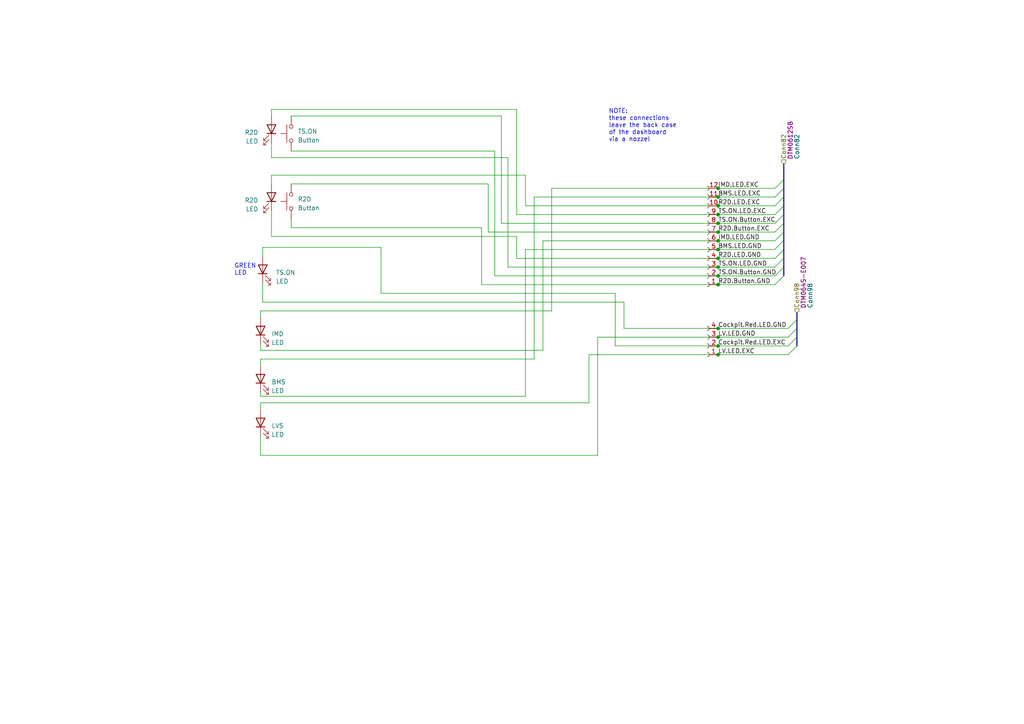
<source format=kicad_sch>
(kicad_sch (version 20230121) (generator eeschema)
  (paper "A4")
  (title_block (title "Dashboard") (date "2024-02-21") (rev "1.0.0") (company "SUFST") (comment 1 "Stag X") (comment 2 "Marek Frodyma"))
  (lib_symbols
    (symbol "Connectors_SUFST:Deutsch_DTM_12S_Pin"
      (property "Reference" "Conn" (at 0 0.635 0))
      (property "P/N" "DTM0612SB" (at 0 0 0))
      (symbol "Deutsch_DTM_12S_Pin_0_1"
        (arc (start -2.5368 -27.9407) (mid -1.9833 -27.3063) (end -2.5355 -26.6707))
        (arc (start -2.5368 -22.8607) (mid -1.9833 -22.2263) (end -2.5355 -21.5907))
        (arc (start -2.5368 -17.7807) (mid -1.9833 -17.1463) (end -2.5355 -16.5107))
        (arc (start -2.5368 -12.7007) (mid -1.9833 -12.0663) (end -2.5355 -11.4307))
        (arc (start -2.5368 -7.6207) (mid -1.9833 -6.9863) (end -2.5355 -6.3507))
        (arc (start -2.5368 -2.5407) (mid -1.9833 -1.9063) (end -2.5355 -1.2707))
        (arc (start -2.4524 -30.4801) (mid -1.8989 -29.8457) (end -2.4511 -29.2101))
        (arc (start -2.4524 -25.4001) (mid -1.8989 -24.7657) (end -2.4511 -24.1301))
        (arc (start -2.4524 -20.3201) (mid -1.8989 -19.6857) (end -2.4511 -19.0501))
        (arc (start -2.4524 -15.2401) (mid -1.8989 -14.6057) (end -2.4511 -13.9701))
        (arc (start -2.4524 -10.1601) (mid -1.8989 -9.5257) (end -2.4511 -8.8901))
        (arc (start -2.4524 -5.0801) (mid -1.8989 -4.4457) (end -2.4511 -3.8101))
      )
      (symbol "Deutsch_DTM_12S_Pin_1_1"
        (pin input line (at 0.635 -29.845 180) (length 2.54) (name "") (number "1"))
        (pin input line (at 0.635 -6.985 180) (length 2.54) (name "") (number "10"))
        (pin input line (at 0.635 -4.445 180) (length 2.54) (name "") (number "11"))
        (pin input line (at 0.635 -1.905 180) (length 2.54) (name "") (number "12"))
        (pin input line (at 0.635 -27.305 180) (length 2.54) (name "") (number "2"))
        (pin input line (at 0.635 -24.765 180) (length 2.54) (name "") (number "3"))
        (pin input line (at 0.635 -22.225 180) (length 2.54) (name "") (number "4"))
        (pin input line (at 0.635 -19.685 180) (length 2.54) (name "") (number "5"))
        (pin input line (at 0.635 -17.145 180) (length 2.54) (name "") (number "6"))
        (pin input line (at 0.635 -14.605 180) (length 2.54) (name "") (number "7"))
        (pin input line (at 0.635 -12.065 180) (length 2.54) (name "") (number "8"))
        (pin input line (at 0.635 -9.525 180) (length 2.54) (name "") (number "9"))
      )
    )
    (symbol "Connectors_SUFST:Deutsch_DTM_4S_Pin"
      (property "Reference" "Conn" (at 0 0.635 0))
      (property "P/N" "DTM064S-E007" (at 0 0 0))
      (symbol "Deutsch_DTM_4S_Pin_0_1"
        (arc (start -2.5368 -7.6207) (mid -1.9833 -6.9863) (end -2.5355 -6.3507))
        (arc (start -2.5368 -2.5407) (mid -1.9833 -1.9063) (end -2.5355 -1.2707))
        (arc (start -2.4524 -10.1601) (mid -1.8989 -9.5257) (end -2.4511 -8.8901))
        (arc (start -2.4524 -5.0801) (mid -1.8989 -4.4457) (end -2.4511 -3.8101))
      )
      (symbol "Deutsch_DTM_4S_Pin_1_1"
        (pin input line (at 0.635 -9.525 180) (length 2.54) (name "") (number "1"))
        (pin input line (at 0.635 -6.985 180) (length 2.54) (name "") (number "2"))
        (pin input line (at 0.635 -4.445 180) (length 2.54) (name "") (number "3"))
        (pin input line (at 0.635 -1.905 180) (length 2.54) (name "") (number "4"))
      )
    )
    (symbol "Device:LED" (pin_numbers hide) (pin_names (offset 1.016) hide)
      (property "Reference" "D" (at 0 2.54 0))
      (property "Value" "LED" (at 0 -2.54 0))
      (symbol "LED_0_1"
        (polyline (pts (xy -1.27 -1.27) (xy -1.27 1.27)) (stroke (width 0.254)))
        (polyline (pts (xy -1.27 0) (xy 1.27 0)))
        (polyline (pts (xy 1.27 -1.27) (xy 1.27 1.27) (xy -1.27 0) (xy 1.27 -1.27)) (stroke (width 0.254)))
        (polyline (pts (xy -3.048 -0.762) (xy -4.572 -2.286) (xy -3.81 -2.286) (xy -4.572 -2.286) (xy -4.572 -1.524)))
        (polyline (pts (xy -1.778 -0.762) (xy -3.302 -2.286) (xy -2.54 -2.286) (xy -3.302 -2.286) (xy -3.302 -1.524)))
      )
      (symbol "LED_1_1"
        (pin passive line (at -3.81 0 0) (length 2.54) (name "K") (number "1"))
        (pin passive line (at 3.81 0 180) (length 2.54) (name "A") (number "2"))
      )
    )
    (symbol "Switch:SW_Push" (pin_numbers hide) (pin_names (offset 1.016) hide)
      (property "Reference" "SW" (at 1.27 2.54 0))
      (property "Value" "SW_Push" (at 0 -1.524 0))
      (symbol "SW_Push_0_1"
        (circle (center -2.032 0) (radius 0.508))
        (polyline (pts (xy 0 1.27) (xy 0 3.048)))
        (polyline (pts (xy 2.54 1.27) (xy -2.54 1.27)))
        (circle (center 2.032 0) (radius 0.508))
        (pin passive line (at -5.08 0 0) (length 2.54) (name "1") (number "1"))
        (pin passive line (at 5.08 0 180) (length 2.54) (name "2") (number "2"))
      )
    )
  )
  (junction (at 208.28 80.01))
  (junction (at 208.28 102.87))
  (junction (at 208.28 82.55))
  (junction (at 208.28 69.85))
  (junction (at 208.28 97.79))
  (junction (at 208.28 72.39))
  (junction (at 208.28 57.15))
  (junction (at 208.28 67.31))
  (junction (at 208.28 74.93))
  (junction (at 208.28 77.47))
  (junction (at 208.28 100.33))
  (junction (at 208.28 62.23))
  (junction (at 208.28 59.69))
  (junction (at 208.28 54.61))
  (junction (at 208.28 95.25))
  (junction (at 208.28 64.77))
  (bus_entry (at 224.79 80.01) (size 2.54 -2.54))
  (bus_entry (at 228.6 100.33) (size 2.54 -2.54))
  (bus_entry (at 224.79 82.55) (size 2.54 -2.54))
  (bus_entry (at 224.6659 72.39) (size 2.54 -2.54))
  (bus_entry (at 224.79 57.15) (size 2.54 -2.54))
  (bus_entry (at 224.79 74.93) (size 2.54 -2.54))
  (bus_entry (at 228.6 95.25) (size 2.54 -2.54))
  (bus_entry (at 224.7479 77.47) (size 2.54 -2.54))
  (bus_entry (at 228.6 102.87) (size 2.54 -2.54))
  (bus_entry (at 224.79 59.69) (size 2.54 -2.54))
  (bus_entry (at 224.7479 67.31) (size 2.54 -2.54))
  (bus_entry (at 224.79 62.23) (size 2.54 -2.54))
  (bus_entry (at 224.79 54.61) (size 2.54 -2.54))
  (bus_entry (at 224.79 64.77) (size 2.54 -2.54))
  (bus_entry (at 224.7479 69.85) (size 2.54 -2.54))
  (bus_entry (at 228.6 97.79) (size 2.54 -2.54))
  (bus (pts (xy 227.33 80.01) (xy 227.33 77.47)))
  (wire (pts (xy 149.86 74.93) (xy 149.86 68.58)))
  (wire (pts (xy 139.7 82.55) (xy 139.7 66.04)))
  (wire (pts (xy 208.28 59.69) (xy 224.79 59.69)))
  (wire (pts (xy 152.4 59.69) (xy 152.4 50.8)))
  (wire (pts (xy 208.28 57.15) (xy 224.79 57.15)))
  (bus (pts (xy 227.33 59.69) (xy 227.33 57.15)))
  (bus (pts (xy 227.33 57.15) (xy 227.33 54.61)))
  (wire (pts (xy 75.565 99.695) (xy 75.565 101.6)))
  (wire (pts (xy 110.49 71.755) (xy 76.2 71.755)))
  (bus (pts (xy 227.33 54.61) (xy 227.33 52.07)))
  (wire (pts (xy 78.74 45.72) (xy 78.74 41.275)))
  (wire (pts (xy 75.565 116.84) (xy 75.565 118.745)))
  (wire (pts (xy 75.565 104.14) (xy 75.565 106.045)))
  (wire (pts (xy 145.415 64.77) (xy 145.415 33.655)))
  (wire (pts (xy 141.605 67.31) (xy 208.28 67.31)))
  (wire (pts (xy 75.565 114.935) (xy 152.4 114.935)))
  (bus (pts (xy 231.14 97.79) (xy 231.14 100.33)))
  (wire (pts (xy 75.565 114.935) (xy 75.565 113.665)))
  (wire (pts (xy 75.565 116.84) (xy 170.815 116.84)))
  (wire (pts (xy 208.28 97.79) (xy 228.6 97.79)))
  (wire (pts (xy 157.48 69.85) (xy 208.28 69.85)))
  (wire (pts (xy 208.28 102.87) (xy 228.6 102.87)))
  (wire (pts (xy 157.48 69.85) (xy 157.48 101.6)))
  (wire (pts (xy 143.51 80.01) (xy 143.51 43.815)))
  (wire (pts (xy 208.28 102.87) (xy 170.815 102.87)))
  (wire (pts (xy 149.86 62.23) (xy 149.86 31.75)))
  (wire (pts (xy 208.28 64.77) (xy 224.79 64.77)))
  (wire (pts (xy 170.815 102.87) (xy 170.815 116.84)))
  (wire (pts (xy 143.51 43.815) (xy 84.455 43.815)))
  (bus (pts (xy 227.33 72.39) (xy 227.33 62.23)))
  (wire (pts (xy 78.74 68.58) (xy 149.86 68.58)))
  (wire (pts (xy 154.94 104.14) (xy 75.565 104.14)))
  (wire (pts (xy 75.565 101.6) (xy 157.48 101.6)))
  (wire (pts (xy 160.02 54.61) (xy 160.02 90.17)))
  (wire (pts (xy 208.28 100.33) (xy 228.6 100.33)))
  (wire (pts (xy 152.4 72.39) (xy 152.4 114.935)))
  (wire (pts (xy 160.02 90.17) (xy 75.565 90.17)))
  (wire (pts (xy 178.435 85.09) (xy 110.49 85.09)))
  (wire (pts (xy 208.28 54.61) (xy 224.79 54.61)))
  (wire (pts (xy 78.74 68.58) (xy 78.74 60.96)))
  (wire (pts (xy 208.28 82.55) (xy 139.7 82.55)))
  (wire (pts (xy 208.28 74.93) (xy 149.86 74.93)))
  (wire (pts (xy 208.28 100.33) (xy 178.435 100.33)))
  (wire (pts (xy 141.605 67.31) (xy 141.605 53.34)))
  (wire (pts (xy 178.435 100.33) (xy 178.435 85.09)))
  (wire (pts (xy 152.4 72.39) (xy 208.28 72.39)))
  (wire (pts (xy 154.94 57.15) (xy 154.94 104.14)))
  (wire (pts (xy 208.28 57.15) (xy 154.94 57.15)))
  (wire (pts (xy 141.605 53.34) (xy 84.455 53.34)))
  (wire (pts (xy 110.49 85.09) (xy 110.49 71.755)))
  (wire (pts (xy 152.4 50.8) (xy 78.74 50.8)))
  (wire (pts (xy 76.2 71.755) (xy 76.2 74.295)))
  (wire (pts (xy 208.28 69.85) (xy 224.7479 69.85)))
  (wire (pts (xy 78.74 31.75) (xy 78.74 33.655)))
  (wire (pts (xy 139.7 66.04) (xy 84.455 66.04)))
  (wire (pts (xy 173.355 97.79) (xy 208.28 97.79)))
  (wire (pts (xy 208.28 77.47) (xy 224.7479 77.47)))
  (wire (pts (xy 180.975 87.63) (xy 76.2 87.63)))
  (wire (pts (xy 75.565 132.08) (xy 75.565 126.365)))
  (wire (pts (xy 208.28 95.25) (xy 228.6 95.25)))
  (bus (pts (xy 231.14 95.25) (xy 231.14 97.79)))
  (wire (pts (xy 145.415 33.655) (xy 84.455 33.655)))
  (wire (pts (xy 147.32 77.47) (xy 147.32 45.72)))
  (wire (pts (xy 173.355 132.08) (xy 173.355 97.79)))
  (wire (pts (xy 208.28 62.23) (xy 224.79 62.23)))
  (wire (pts (xy 208.28 80.01) (xy 224.79 80.01)))
  (wire (pts (xy 180.975 95.25) (xy 180.975 87.63)))
  (wire (pts (xy 208.28 54.61) (xy 160.02 54.61)))
  (bus (pts (xy 231.14 92.71) (xy 231.14 95.25)))
  (wire (pts (xy 75.565 132.08) (xy 173.355 132.08)))
  (wire (pts (xy 75.565 90.17) (xy 75.565 92.075)))
  (wire (pts (xy 208.28 80.01) (xy 143.51 80.01)))
  (wire (pts (xy 208.28 74.93) (xy 224.79 74.93)))
  (bus (pts (xy 227.33 52.07) (xy 227.33 47.625)))
  (wire (pts (xy 76.2 81.915) (xy 76.2 87.63)))
  (wire (pts (xy 78.74 50.8) (xy 78.74 53.34)))
  (wire (pts (xy 208.28 62.23) (xy 149.86 62.23)))
  (wire (pts (xy 208.28 72.39) (xy 224.6659 72.39)))
  (wire (pts (xy 208.28 82.55) (xy 224.79 82.55)))
  (bus (pts (xy 227.33 62.23) (xy 227.33 59.69)))
  (wire (pts (xy 149.86 31.75) (xy 78.74 31.75)))
  (wire (pts (xy 84.455 66.04) (xy 84.455 63.5)))
  (wire (pts (xy 147.32 45.72) (xy 78.74 45.72)))
  (wire (pts (xy 208.28 64.77) (xy 145.415 64.77)))
  (bus (pts (xy 231.14 90.805) (xy 231.14 92.71)))
  (wire (pts (xy 147.32 77.47) (xy 208.28 77.47)))
  (wire (pts (xy 208.28 95.25) (xy 180.975 95.25)))
  (wire (pts (xy 208.28 67.31) (xy 224.7479 67.31)))
  (bus (pts (xy 227.33 77.47) (xy 227.33 72.39)))
  (wire (pts (xy 208.28 59.69) (xy 152.4 59.69)))
  (text "GREEN\nLED" (at 67.945 80.01 0) (effects (font (size 1.27 1.27)) (justify left bottom)))
  (text "NOTE:\nthese connections\nleave the back case\nof the dashboard\nvia a nozzel" (at 176.53 41.275 0) (effects (font (size 1.27 1.27)) (justify left bottom)))
  (label "TS.ON.LED.EXC" (at 208.28 62.23 0))
  (label "Cockpit.Red.LED.GND" (at 208.28 95.25 0))
  (label "Cockpit.Red.LED.EXC" (at 208.28 100.33 0))
  (label "IMD.LED.GND" (at 208.28 69.85 0))
  (label "LV.LED.EXC" (at 208.28 102.87 0))
  (label "R2D.LED.GND" (at 208.28 74.93 0))
  (label "R2D.Button.EXC" (at 208.28 67.31 0))
  (label "BMS.LED.EXC" (at 208.28 57.15 0))
  (label "LV.LED.GND" (at 208.28 97.79 0))
  (label "R2D.LED.EXC" (at 208.28 59.69 0))
  (label "R2D.Button.GND" (at 208.28 82.55 0))
  (label "TS.ON.LED.GND" (at 208.28 77.47 0))
  (label "IMD.LED.EXC" (at 208.28 54.61 0))
  (label "TS.ON.Button.EXC" (at 208.28 64.77 0))
  (label "BMS.LED.GND" (at 208.28 72.39 0))
  (label "TS.ON.Button.GND" (at 208.28 80.01 0))
  (hierarchical_label "Conn82" (shape input) (at 227.33 47.625 90))
  (hierarchical_label "Conn98" (shape input) (at 231.14 90.805 90))
  (symbol (lib_id "Switch:SW_Push") (at 84.455 58.42 90) (unit 1)
    (property "Reference" "R2D" (at 86.36 57.785 90) (effects (justify right)))
    (property "Value" "Button" (at 86.36 60.325 90) (effects (justify right)))
  )
  (symbol (lib_id "Connectors_SUFST:Deutsch_DTM_4S_Pin") (at 207.645 93.345 0) (unit 1)
    (property "Reference" "Conn98" (at 234.95 85.725 90))
    (property "Value" "Deutsch_DTM_4S_Pin" (effects hide))
    (property "P/N" "DTM064S-E007" (at 233.045 81.915 90))
  )
  (symbol (lib_id "Switch:SW_Push") (at 84.455 38.735 90) (unit 1)
    (property "Reference" "TS.ON" (at 86.36 38.1 90) (effects (justify right)))
    (property "Value" "Button" (at 86.36 40.64 90) (effects (justify right)))
  )
  (symbol (lib_id "Device:LED") (at 76.2 78.105 90) (unit 1)
    (property "Reference" "TS.ON" (at 80.01 79.0575 90) (effects (justify right)))
    (property "Value" "LED" (at 80.01 81.5975 90) (effects (justify right)))
  )
  (symbol (lib_id "Device:LED") (at 75.565 109.855 90) (unit 1)
    (property "Reference" "BMS" (at 78.74 110.8075 90) (effects (justify right)))
    (property "Value" "LED" (at 78.74 113.3475 90) (effects (justify right)))
  )
  (symbol (lib_id "Device:LED") (at 75.565 122.555 90) (unit 1)
    (property "Reference" "LVS" (at 78.74 123.5075 90) (effects (justify right)))
    (property "Value" "LED" (at 78.74 126.0475 90) (effects (justify right)))
  )
  (symbol (lib_id "Device:LED") (at 75.565 95.885 90) (unit 1)
    (property "Reference" "IMD" (at 78.74 96.8375 90) (effects (justify right)))
    (property "Value" "LED" (at 78.74 99.3775 90) (effects (justify right)))
  )
  (symbol (lib_id "Device:LED") (at 78.74 37.465 270) (mirror x) (unit 1)
    (property "Reference" "R2D" (at 74.93 38.4175 90) (effects (justify right)))
    (property "Value" "LED" (at 74.93 40.9575 90) (effects (justify right)))
    (instances (project "StagX" (path "" (reference "R2D") (unit 1)) (path "" (reference "TS") (unit 1))))
  )
  (symbol (lib_id "Connectors_SUFST:Deutsch_DTM_12S_Pin") (at 207.645 52.705 0) (unit 1)
    (property "Reference" "Conn82" (at 231.14 42.545 90))
    (property "Value" "Deutsch_DTM_12S_Pin" (effects hide))
    (property "P/N" "DTM0612SB" (at 229.235 40.64 90))
  )
  (symbol (lib_id "Device:LED") (at 78.74 57.15 270) (mirror x) (unit 1)
    (property "Reference" "R2D" (at 74.93 58.1025 90) (effects (justify right)))
    (property "Value" "LED" (at 74.93 60.6425 90) (effects (justify right)))
  )
)
</source>
